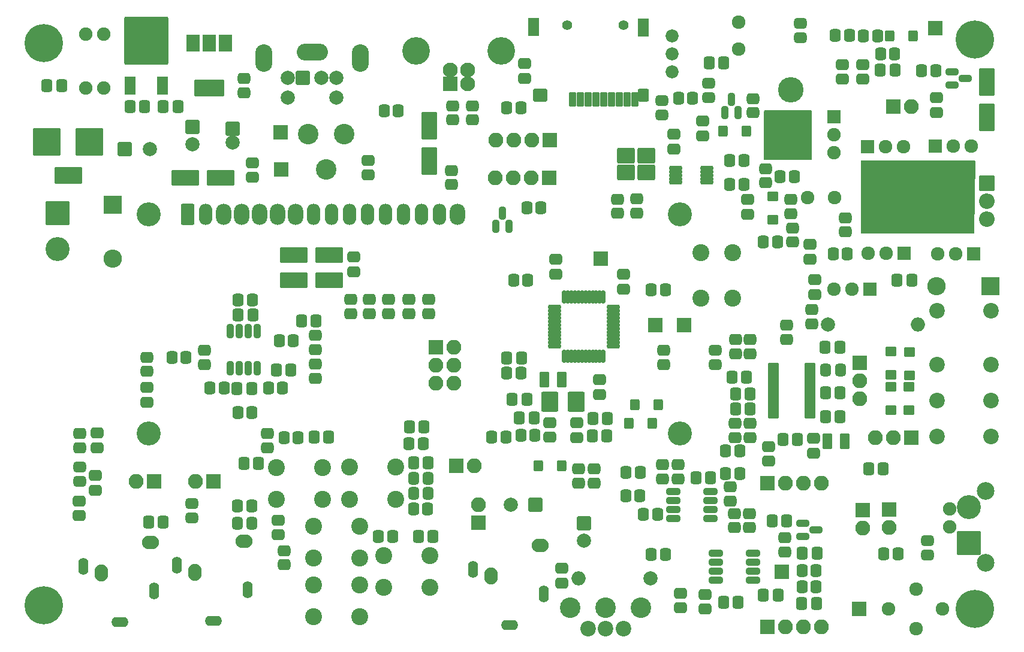
<source format=gbr>
%TF.GenerationSoftware,KiCad,Pcbnew,(6.0.11)*%
%TF.CreationDate,2023-07-08T12:47:50-05:00*%
%TF.ProjectId,LittleDX,4c697474-6c65-4445-982e-6b696361645f,rev?*%
%TF.SameCoordinates,Original*%
%TF.FileFunction,Soldermask,Top*%
%TF.FilePolarity,Negative*%
%FSLAX46Y46*%
G04 Gerber Fmt 4.6, Leading zero omitted, Abs format (unit mm)*
G04 Created by KiCad (PCBNEW (6.0.11)) date 2023-07-08 12:47:50*
%MOMM*%
%LPD*%
G01*
G04 APERTURE LIST*
G04 Aperture macros list*
%AMRoundRect*
0 Rectangle with rounded corners*
0 $1 Rounding radius*
0 $2 $3 $4 $5 $6 $7 $8 $9 X,Y pos of 4 corners*
0 Add a 4 corners polygon primitive as box body*
4,1,4,$2,$3,$4,$5,$6,$7,$8,$9,$2,$3,0*
0 Add four circle primitives for the rounded corners*
1,1,$1+$1,$2,$3*
1,1,$1+$1,$4,$5*
1,1,$1+$1,$6,$7*
1,1,$1+$1,$8,$9*
0 Add four rect primitives between the rounded corners*
20,1,$1+$1,$2,$3,$4,$5,0*
20,1,$1+$1,$4,$5,$6,$7,0*
20,1,$1+$1,$6,$7,$8,$9,0*
20,1,$1+$1,$8,$9,$2,$3,0*%
G04 Aperture macros list end*
%ADD10RoundRect,0.450000X0.337500X0.475000X-0.337500X0.475000X-0.337500X-0.475000X0.337500X-0.475000X0*%
%ADD11RoundRect,0.450000X0.475000X-0.337500X0.475000X0.337500X-0.475000X0.337500X-0.475000X-0.337500X0*%
%ADD12RoundRect,0.450000X-0.337500X-0.475000X0.337500X-0.475000X0.337500X0.475000X-0.337500X0.475000X0*%
%ADD13RoundRect,0.200000X-0.800000X0.800000X-0.800000X-0.800000X0.800000X-0.800000X0.800000X0.800000X0*%
%ADD14C,2.000000*%
%ADD15RoundRect,0.450000X-0.475000X0.337500X-0.475000X-0.337500X0.475000X-0.337500X0.475000X0.337500X0*%
%ADD16RoundRect,0.200000X-1.100000X1.100000X-1.100000X-1.100000X1.100000X-1.100000X1.100000X1.100000X0*%
%ADD17O,2.600000X2.600000*%
%ADD18RoundRect,0.450000X0.325000X0.450000X-0.325000X0.450000X-0.325000X-0.450000X0.325000X-0.450000X0*%
%ADD19RoundRect,0.450000X-0.325000X-0.450000X0.325000X-0.450000X0.325000X0.450000X-0.325000X0.450000X0*%
%ADD20RoundRect,0.200000X-1.750000X-0.900000X1.750000X-0.900000X1.750000X0.900000X-1.750000X0.900000X0*%
%ADD21RoundRect,0.200000X0.900000X-1.750000X0.900000X1.750000X-0.900000X1.750000X-0.900000X-1.750000X0*%
%ADD22RoundRect,0.200000X-1.500000X1.500000X-1.500000X-1.500000X1.500000X-1.500000X1.500000X1.500000X0*%
%ADD23C,3.400000*%
%ADD24RoundRect,0.200000X-1.750000X-1.750000X1.750000X-1.750000X1.750000X1.750000X-1.750000X1.750000X0*%
%ADD25RoundRect,0.200000X-1.750000X-1.000000X1.750000X-1.000000X1.750000X1.000000X-1.750000X1.000000X0*%
%ADD26RoundRect,0.200000X-0.850000X-0.850000X0.850000X-0.850000X0.850000X0.850000X-0.850000X0.850000X0*%
%ADD27O,2.100000X2.100000*%
%ADD28RoundRect,0.450000X0.450000X-0.325000X0.450000X0.325000X-0.450000X0.325000X-0.450000X-0.325000X0*%
%ADD29RoundRect,0.200000X0.760000X-0.760000X0.760000X0.760000X-0.760000X0.760000X-0.760000X-0.760000X0*%
%ADD30C,1.920000*%
%ADD31RoundRect,0.350000X-0.587500X-0.150000X0.587500X-0.150000X0.587500X0.150000X-0.587500X0.150000X0*%
%ADD32C,2.400000*%
%ADD33RoundRect,0.200000X0.600000X-1.100000X0.600000X1.100000X-0.600000X1.100000X-0.600000X-1.100000X0*%
%ADD34RoundRect,0.200000X2.900000X-3.200000X2.900000X3.200000X-2.900000X3.200000X-2.900000X-3.200000X0*%
%ADD35RoundRect,0.200000X1.000000X1.200000X-1.000000X1.200000X-1.000000X-1.200000X1.000000X-1.200000X0*%
%ADD36RoundRect,0.200000X-0.500000X-0.900000X0.500000X-0.900000X0.500000X0.900000X-0.500000X0.900000X0*%
%ADD37RoundRect,0.275000X0.075000X-0.662500X0.075000X0.662500X-0.075000X0.662500X-0.075000X-0.662500X0*%
%ADD38RoundRect,0.275000X0.662500X-0.075000X0.662500X0.075000X-0.662500X0.075000X-0.662500X-0.075000X0*%
%ADD39RoundRect,0.350000X0.675000X0.150000X-0.675000X0.150000X-0.675000X-0.150000X0.675000X-0.150000X0*%
%ADD40RoundRect,0.200000X-0.750000X1.000000X-0.750000X-1.000000X0.750000X-1.000000X0.750000X1.000000X0*%
%ADD41RoundRect,0.200000X-1.900000X1.000000X-1.900000X-1.000000X1.900000X-1.000000X1.900000X1.000000X0*%
%ADD42RoundRect,0.200000X-0.760000X0.760000X-0.760000X-0.760000X0.760000X-0.760000X0.760000X0.760000X0*%
%ADD43C,2.900000*%
%ADD44RoundRect,0.450000X-0.350000X-0.450000X0.350000X-0.450000X0.350000X0.450000X-0.350000X0.450000X0*%
%ADD45RoundRect,0.450000X0.450000X-0.350000X0.450000X0.350000X-0.450000X0.350000X-0.450000X-0.350000X0*%
%ADD46RoundRect,0.450000X0.350000X0.450000X-0.350000X0.450000X-0.350000X-0.450000X0.350000X-0.450000X0*%
%ADD47RoundRect,0.450000X-0.450000X0.350000X-0.450000X-0.350000X0.450000X-0.350000X0.450000X0.350000X0*%
%ADD48RoundRect,0.200000X-0.700000X-0.150000X0.700000X-0.150000X0.700000X0.150000X-0.700000X0.150000X0*%
%ADD49RoundRect,0.200000X-1.050000X-0.900000X1.050000X-0.900000X1.050000X0.900000X-1.050000X0.900000X0*%
%ADD50C,2.500000*%
%ADD51C,1.900000*%
%ADD52RoundRect,0.200000X1.500000X-1.500000X1.500000X1.500000X-1.500000X1.500000X-1.500000X-1.500000X0*%
%ADD53C,2.200000*%
%ADD54RoundRect,0.200000X-0.600000X0.450000X-0.600000X-0.450000X0.600000X-0.450000X0.600000X0.450000X0*%
%ADD55RoundRect,0.200000X-0.750000X0.750000X-0.750000X-0.750000X0.750000X-0.750000X0.750000X0.750000X0*%
%ADD56RoundRect,0.200000X0.850000X-0.850000X0.850000X0.850000X-0.850000X0.850000X-0.850000X-0.850000X0*%
%ADD57C,1.924000*%
%ADD58RoundRect,0.450000X-0.450000X0.325000X-0.450000X-0.325000X0.450000X-0.325000X0.450000X0.325000X0*%
%ADD59RoundRect,0.200000X-0.850000X0.850000X-0.850000X-0.850000X0.850000X-0.850000X0.850000X0.850000X0*%
%ADD60RoundRect,0.350000X0.150000X-0.587500X0.150000X0.587500X-0.150000X0.587500X-0.150000X-0.587500X0*%
%ADD61RoundRect,0.200000X0.800000X0.800000X-0.800000X0.800000X-0.800000X-0.800000X0.800000X-0.800000X0*%
%ADD62O,2.400000X3.900000*%
%ADD63O,4.400000X2.400000*%
%ADD64C,3.448000*%
%ADD65C,1.840000*%
%ADD66C,5.400000*%
%ADD67RoundRect,0.200000X1.100000X1.100000X-1.100000X1.100000X-1.100000X-1.100000X1.100000X-1.100000X0*%
%ADD68O,2.000000X2.000000*%
%ADD69RoundRect,0.200000X-0.800000X-0.800000X0.800000X-0.800000X0.800000X0.800000X-0.800000X0.800000X0*%
%ADD70RoundRect,0.200000X-0.900000X0.900000X-0.900000X-0.900000X0.900000X-0.900000X0.900000X0.900000X0*%
%ADD71O,2.200000X2.200000*%
%ADD72RoundRect,0.200000X-0.450000X-0.600000X0.450000X-0.600000X0.450000X0.600000X-0.450000X0.600000X0*%
%ADD73RoundRect,0.200000X-0.900000X1.750000X-0.900000X-1.750000X0.900000X-1.750000X0.900000X1.750000X0*%
%ADD74O,2.400000X1.400000*%
%ADD75O,1.400000X2.400000*%
%ADD76O,1.900000X2.400000*%
%ADD77O,2.400000X1.900000*%
%ADD78RoundRect,0.200000X0.600000X-0.450000X0.600000X0.450000X-0.600000X0.450000X-0.600000X-0.450000X0*%
%ADD79RoundRect,0.350000X-0.150000X0.675000X-0.150000X-0.675000X0.150000X-0.675000X0.150000X0.675000X0*%
%ADD80RoundRect,0.200000X0.450000X0.600000X-0.450000X0.600000X-0.450000X-0.600000X0.450000X-0.600000X0*%
%ADD81RoundRect,0.200000X0.600000X0.200000X-0.600000X0.200000X-0.600000X-0.200000X0.600000X-0.200000X0*%
%ADD82RoundRect,0.200000X-0.750000X-1.300000X0.750000X-1.300000X0.750000X1.300000X-0.750000X1.300000X0*%
%ADD83O,1.900000X3.000000*%
%ADD84O,2.200000X3.000000*%
%ADD85C,3.600000*%
%ADD86RoundRect,0.200000X0.850000X0.850000X-0.850000X0.850000X-0.850000X-0.850000X0.850000X-0.850000X0*%
%ADD87RoundRect,0.200000X1.750000X0.900000X-1.750000X0.900000X-1.750000X-0.900000X1.750000X-0.900000X0*%
%ADD88RoundRect,0.200000X0.500000X0.900000X-0.500000X0.900000X-0.500000X-0.900000X0.500000X-0.900000X0*%
%ADD89C,2.100000*%
%ADD90C,3.900000*%
%ADD91RoundRect,0.350000X-0.675000X-0.150000X0.675000X-0.150000X0.675000X0.150000X-0.675000X0.150000X0*%
%ADD92C,1.400000*%
%ADD93RoundRect,0.200000X0.600000X1.100000X-0.600000X1.100000X-0.600000X-1.100000X0.600000X-1.100000X0*%
%ADD94RoundRect,0.200000X-0.800000X-0.700000X0.800000X-0.700000X0.800000X0.700000X-0.800000X0.700000X0*%
%ADD95RoundRect,0.200000X-0.350000X-0.800000X0.350000X-0.800000X0.350000X0.800000X-0.350000X0.800000X0*%
%ADD96RoundRect,0.200000X-0.600000X-0.700000X0.600000X-0.700000X0.600000X0.700000X-0.600000X0.700000X0*%
G04 APERTURE END LIST*
D10*
%TO.C,C1*%
X133625500Y-114046000D03*
X131550500Y-114046000D03*
%TD*%
D11*
%TO.C,C2*%
X125476000Y-116727500D03*
X125476000Y-114652500D03*
%TD*%
%TO.C,C4*%
X129300000Y-116747500D03*
X129300000Y-114672500D03*
%TD*%
D12*
%TO.C,C5*%
X120162500Y-111370000D03*
X122237500Y-111370000D03*
%TD*%
D13*
%TO.C,C6*%
X75000000Y-72830000D03*
D14*
X75000000Y-75330000D03*
%TD*%
D12*
%TO.C,C8*%
X121202500Y-114030000D03*
X123277500Y-114030000D03*
%TD*%
D15*
%TO.C,C9*%
X132550000Y-108587500D03*
X132550000Y-110662500D03*
%TD*%
D12*
%TO.C,C10*%
X92187500Y-116725000D03*
X94262500Y-116725000D03*
%TD*%
D15*
%TO.C,C11*%
X87150000Y-128462500D03*
X87150000Y-130537500D03*
%TD*%
D12*
%TO.C,C12*%
X119432500Y-105530000D03*
X121507500Y-105530000D03*
%TD*%
D15*
%TO.C,C13*%
X126380000Y-91592500D03*
X126380000Y-93667500D03*
%TD*%
%TO.C,C15*%
X147450000Y-138947500D03*
X147450000Y-141022500D03*
%TD*%
D12*
%TO.C,C16*%
X82287500Y-120425000D03*
X84362500Y-120425000D03*
%TD*%
D10*
%TO.C,C17*%
X107717500Y-115300000D03*
X105642500Y-115300000D03*
%TD*%
D13*
%TO.C,C19*%
X130330000Y-128870000D03*
D14*
X130330000Y-131370000D03*
%TD*%
D11*
%TO.C,C20*%
X162890000Y-96527500D03*
X162890000Y-94452500D03*
%TD*%
D15*
%TO.C,C21*%
X135870000Y-93682500D03*
X135870000Y-95757500D03*
%TD*%
D13*
%TO.C,C22*%
X80666000Y-73084000D03*
D14*
X80666000Y-75084000D03*
%TD*%
D10*
%TO.C,C25*%
X153287500Y-108230000D03*
X151212500Y-108230000D03*
%TD*%
D12*
%TO.C,C33*%
X164432500Y-110450000D03*
X166507500Y-110450000D03*
%TD*%
D10*
%TO.C,C34*%
X163162500Y-140235000D03*
X161087500Y-140235000D03*
%TD*%
D12*
%TO.C,C35*%
X164392500Y-104030000D03*
X166467500Y-104030000D03*
%TD*%
D16*
%TO.C,D1*%
X63750000Y-83880000D03*
D17*
X63750000Y-91500000D03*
%TD*%
D18*
%TO.C,D2*%
X108285000Y-122550000D03*
X106235000Y-122550000D03*
%TD*%
D19*
%TO.C,D3*%
X106255000Y-124660000D03*
X108305000Y-124660000D03*
%TD*%
D20*
%TO.C,D4*%
X74000000Y-80000000D03*
X79000000Y-80000000D03*
%TD*%
D21*
%TO.C,D5*%
X108458000Y-77684000D03*
X108458000Y-72684000D03*
%TD*%
D22*
%TO.C,J1*%
X56000000Y-85000000D03*
D23*
X56000000Y-90080000D03*
%TD*%
D24*
%TO.C,J2*%
X60500000Y-75000000D03*
X54500000Y-75000000D03*
D25*
X57500000Y-79700000D03*
%TD*%
D26*
%TO.C,J5*%
X109400000Y-103975000D03*
D27*
X111940000Y-103975000D03*
X109400000Y-106515000D03*
X111940000Y-106515000D03*
X109400000Y-109055000D03*
X111940000Y-109055000D03*
%TD*%
D28*
%TO.C,L2*%
X148830000Y-106495000D03*
X148830000Y-104445000D03*
%TD*%
D18*
%TO.C,L3*%
X166525000Y-107260000D03*
X164475000Y-107260000D03*
%TD*%
D28*
%TO.C,L9*%
X141320000Y-71175000D03*
X141320000Y-69125000D03*
%TD*%
D29*
%TO.C,Q3*%
X170350000Y-75630000D03*
D30*
X172890000Y-75630000D03*
X175430000Y-75630000D03*
%TD*%
D31*
%TO.C,Q4*%
X161212500Y-128860000D03*
X161212500Y-130760000D03*
X163087500Y-129810000D03*
%TD*%
D32*
%TO.C,SW1*%
X151290000Y-97090000D03*
X151290000Y-90590000D03*
X146790000Y-97090000D03*
X146790000Y-90590000D03*
%TD*%
%TO.C,SW2*%
X93425000Y-121025000D03*
X86925000Y-121025000D03*
X93425000Y-125525000D03*
X86925000Y-125525000D03*
%TD*%
%TO.C,SW3*%
X98650000Y-129325000D03*
X92150000Y-129325000D03*
X92150000Y-133825000D03*
X98650000Y-133825000D03*
%TD*%
%TO.C,SW4*%
X97225000Y-120975000D03*
X103725000Y-120975000D03*
X103725000Y-125475000D03*
X97225000Y-125475000D03*
%TD*%
%TO.C,SW5*%
X98625000Y-137625000D03*
X92125000Y-137625000D03*
X98625000Y-142125000D03*
X92125000Y-142125000D03*
%TD*%
D33*
%TO.C,U2*%
X66245000Y-66975000D03*
D34*
X68525000Y-60675000D03*
D33*
X70805000Y-66975000D03*
%TD*%
D35*
%TO.C,Y1*%
X129200000Y-111730000D03*
X125500000Y-111730000D03*
%TD*%
D36*
%TO.C,Y2*%
X127220000Y-108600000D03*
X124720000Y-108600000D03*
%TD*%
D37*
%TO.C,U1*%
X127552000Y-105254500D03*
X128052000Y-105254500D03*
X128552000Y-105254500D03*
X129052000Y-105254500D03*
X129552000Y-105254500D03*
X130052000Y-105254500D03*
X130552000Y-105254500D03*
X131052000Y-105254500D03*
X131552000Y-105254500D03*
X132052000Y-105254500D03*
X132552000Y-105254500D03*
X133052000Y-105254500D03*
D38*
X134464500Y-103842000D03*
X134464500Y-103342000D03*
X134464500Y-102842000D03*
X134464500Y-102342000D03*
X134464500Y-101842000D03*
X134464500Y-101342000D03*
X134464500Y-100842000D03*
X134464500Y-100342000D03*
X134464500Y-99842000D03*
X134464500Y-99342000D03*
X134464500Y-98842000D03*
X134464500Y-98342000D03*
D37*
X133052000Y-96929500D03*
X132552000Y-96929500D03*
X132052000Y-96929500D03*
X131552000Y-96929500D03*
X131052000Y-96929500D03*
X130552000Y-96929500D03*
X130052000Y-96929500D03*
X129552000Y-96929500D03*
X129052000Y-96929500D03*
X128552000Y-96929500D03*
X128052000Y-96929500D03*
X127552000Y-96929500D03*
D38*
X126139500Y-98342000D03*
X126139500Y-98842000D03*
X126139500Y-99342000D03*
X126139500Y-99842000D03*
X126139500Y-100342000D03*
X126139500Y-100842000D03*
X126139500Y-101342000D03*
X126139500Y-101842000D03*
X126139500Y-102342000D03*
X126139500Y-102842000D03*
X126139500Y-103342000D03*
X126139500Y-103842000D03*
%TD*%
D15*
%TO.C,C37*%
X143925000Y-138797500D03*
X143925000Y-140872500D03*
%TD*%
D39*
%TO.C,U3*%
X154205000Y-136955000D03*
X154205000Y-135685000D03*
X154205000Y-134415000D03*
X154205000Y-133145000D03*
X148955000Y-133145000D03*
X148955000Y-134415000D03*
X148955000Y-135685000D03*
X148955000Y-136955000D03*
%TD*%
D40*
%TO.C,U4*%
X79680000Y-61020000D03*
X77380000Y-61020000D03*
D41*
X77380000Y-67320000D03*
D40*
X75080000Y-61020000D03*
%TD*%
D42*
%TO.C,Q5*%
X185340000Y-90830000D03*
D30*
X182800000Y-90830000D03*
X180260000Y-90830000D03*
%TD*%
D42*
%TO.C,Q6*%
X175560000Y-90680000D03*
D30*
X173020000Y-90680000D03*
X170480000Y-90680000D03*
%TD*%
D29*
%TO.C,Q7*%
X179960000Y-75520000D03*
D30*
X182500000Y-75520000D03*
X185040000Y-75520000D03*
%TD*%
D12*
%TO.C,C14*%
X172162500Y-64800000D03*
X174237500Y-64800000D03*
%TD*%
D43*
%TO.C,RV3*%
X96414000Y-73846000D03*
X93914000Y-78886000D03*
X91414000Y-73846000D03*
%TD*%
D11*
%TO.C,C42*%
X83460000Y-79963500D03*
X83460000Y-77888500D03*
%TD*%
D26*
%TO.C,JP3*%
X169300000Y-106240000D03*
D27*
X169300000Y-108780000D03*
X169300000Y-111320000D03*
%TD*%
D44*
%TO.C,R1*%
X117300000Y-116710000D03*
X119300000Y-116710000D03*
%TD*%
D45*
%TO.C,R2*%
X111590000Y-81000000D03*
X111590000Y-79000000D03*
%TD*%
%TO.C,R3*%
X102700000Y-99230000D03*
X102700000Y-97230000D03*
%TD*%
D44*
%TO.C,R4*%
X106240000Y-126870000D03*
X108240000Y-126870000D03*
%TD*%
D46*
%TO.C,R6*%
X89975000Y-116750000D03*
X87975000Y-116750000D03*
%TD*%
%TO.C,R7*%
X121396000Y-70104000D03*
X119396000Y-70104000D03*
%TD*%
D44*
%TO.C,R8*%
X172200000Y-62500000D03*
X174200000Y-62500000D03*
%TD*%
D45*
%TO.C,R9*%
X114554000Y-71866000D03*
X114554000Y-69866000D03*
%TD*%
D44*
%TO.C,R11*%
X139840000Y-133270000D03*
X141840000Y-133270000D03*
%TD*%
D45*
%TO.C,R12*%
X85620000Y-118230000D03*
X85620000Y-116230000D03*
%TD*%
D44*
%TO.C,R13*%
X105630000Y-117620000D03*
X107630000Y-117620000D03*
%TD*%
D47*
%TO.C,R14*%
X154178000Y-68850000D03*
X154178000Y-70850000D03*
%TD*%
%TO.C,R15*%
X111760000Y-69866000D03*
X111760000Y-71866000D03*
%TD*%
%TO.C,R16*%
X151770000Y-102920000D03*
X151770000Y-104920000D03*
%TD*%
D45*
%TO.C,R17*%
X158910000Y-102900000D03*
X158910000Y-100900000D03*
%TD*%
%TO.C,R18*%
X137750000Y-85025000D03*
X137750000Y-83025000D03*
%TD*%
%TO.C,R19*%
X151560000Y-129520000D03*
X151560000Y-127520000D03*
%TD*%
D46*
%TO.C,R20*%
X157667200Y-89128600D03*
X155667200Y-89128600D03*
%TD*%
%TO.C,R21*%
X140740000Y-127620000D03*
X138740000Y-127620000D03*
%TD*%
D47*
%TO.C,R23*%
X153790000Y-114790000D03*
X153790000Y-116790000D03*
%TD*%
D45*
%TO.C,R29*%
X99970000Y-99230000D03*
X99970000Y-97230000D03*
%TD*%
%TO.C,R30*%
X141560000Y-106460000D03*
X141560000Y-104460000D03*
%TD*%
D44*
%TO.C,R31*%
X161125000Y-137860000D03*
X163125000Y-137860000D03*
%TD*%
D45*
%TO.C,R32*%
X158700000Y-132950000D03*
X158700000Y-130950000D03*
%TD*%
%TO.C,R33*%
X87970000Y-134760000D03*
X87970000Y-132760000D03*
%TD*%
D44*
%TO.C,R34*%
X161125000Y-135560000D03*
X163125000Y-135560000D03*
%TD*%
D45*
%TO.C,R46*%
X108352000Y-99230000D03*
X108352000Y-97230000D03*
%TD*%
%TO.C,R47*%
X105558000Y-99230000D03*
X105558000Y-97230000D03*
%TD*%
D47*
%TO.C,R24*%
X153660000Y-127510000D03*
X153660000Y-129510000D03*
%TD*%
D10*
%TO.C,C44*%
X68267500Y-70000000D03*
X66192500Y-70000000D03*
%TD*%
D26*
%TO.C,JP4*%
X169660000Y-126990000D03*
D27*
X169660000Y-129530000D03*
%TD*%
D15*
%TO.C,C47*%
X143030000Y-73892500D03*
X143030000Y-75967500D03*
%TD*%
D45*
%TO.C,R35*%
X135075000Y-85050000D03*
X135075000Y-83050000D03*
%TD*%
%TO.C,R48*%
X153810000Y-104930000D03*
X153810000Y-102930000D03*
%TD*%
D44*
%TO.C,R49*%
X150892000Y-77550000D03*
X152892000Y-77550000D03*
%TD*%
%TO.C,R50*%
X150892000Y-80975000D03*
X152892000Y-80975000D03*
%TD*%
D48*
%TO.C,U6*%
X143290000Y-78670000D03*
X143290000Y-79170000D03*
X143290000Y-79670000D03*
X143290000Y-80170000D03*
X143290000Y-80670000D03*
X147690000Y-80670000D03*
X147690000Y-80170000D03*
X147690000Y-79670000D03*
X147690000Y-79170000D03*
X147690000Y-78670000D03*
%TD*%
D49*
%TO.C,Y3*%
X136218000Y-79248000D03*
X139118000Y-79248000D03*
X139118000Y-76948000D03*
X136218000Y-76948000D03*
%TD*%
D50*
%TO.C,J12*%
X187025000Y-134505000D03*
X187025000Y-124345000D03*
D51*
X181945000Y-129425000D03*
D52*
X184673000Y-131711000D03*
D51*
X181945000Y-126885000D03*
D23*
X184673000Y-126631000D03*
%TD*%
D53*
%TO.C,RLY1*%
X187775000Y-98845000D03*
X187775000Y-106465000D03*
X187775000Y-111545000D03*
X187775000Y-116625000D03*
X180175000Y-98845000D03*
X180175000Y-106465000D03*
X180175000Y-111545000D03*
X180175000Y-116625000D03*
%TD*%
D10*
%TO.C,C30*%
X160477500Y-117040000D03*
X158402500Y-117040000D03*
%TD*%
D54*
%TO.C,D9*%
X176270000Y-104640000D03*
X176270000Y-107940000D03*
%TD*%
D44*
%TO.C,R5*%
X139800000Y-95850000D03*
X141800000Y-95850000D03*
%TD*%
D46*
%TO.C,R22*%
X138220000Y-124970000D03*
X136220000Y-124970000D03*
%TD*%
D47*
%TO.C,R25*%
X150950000Y-123750000D03*
X150950000Y-125750000D03*
%TD*%
D55*
%TO.C,Q8*%
X165608000Y-71374000D03*
D51*
X165608000Y-73914000D03*
X165608000Y-76454000D03*
%TD*%
D44*
%TO.C,R38*%
X169790000Y-59950000D03*
X171790000Y-59950000D03*
%TD*%
D46*
%TO.C,R39*%
X180000000Y-64900000D03*
X178000000Y-64900000D03*
%TD*%
D56*
%TO.C,JP1*%
X174030000Y-70000000D03*
D27*
X176570000Y-70000000D03*
%TD*%
D10*
%TO.C,C39*%
X153807500Y-112720000D03*
X151732500Y-112720000D03*
%TD*%
D26*
%TO.C,JP2*%
X173430000Y-126910000D03*
D27*
X173430000Y-129450000D03*
%TD*%
D57*
%TO.C,T3*%
X173355000Y-140970000D03*
X180975000Y-140970000D03*
X177228500Y-143764000D03*
X177228500Y-138176000D03*
%TD*%
D58*
%TO.C,D16*%
X178850000Y-131360000D03*
X178850000Y-133410000D03*
%TD*%
D46*
%TO.C,R28*%
X174660000Y-133250000D03*
X172660000Y-133250000D03*
%TD*%
D54*
%TO.C,D17*%
X157000000Y-82675000D03*
X157000000Y-85975000D03*
%TD*%
D42*
%TO.C,Q9*%
X170670000Y-95770000D03*
D30*
X168130000Y-95770000D03*
X165590000Y-95770000D03*
%TD*%
D12*
%TO.C,C46*%
X148012500Y-63810000D03*
X150087500Y-63810000D03*
%TD*%
D46*
%TO.C,R51*%
X167525000Y-90800000D03*
X165525000Y-90800000D03*
%TD*%
D47*
%TO.C,R52*%
X159766000Y-87138000D03*
X159766000Y-89138000D03*
%TD*%
D15*
%TO.C,C24*%
X166830000Y-64032500D03*
X166830000Y-66107500D03*
%TD*%
D46*
%TO.C,R53*%
X160050000Y-79875000D03*
X158050000Y-79875000D03*
%TD*%
D11*
%TO.C,C56*%
X153430000Y-85197500D03*
X153430000Y-83122500D03*
%TD*%
D59*
%TO.C,JP7*%
X176560000Y-116780000D03*
D27*
X174020000Y-116780000D03*
X171480000Y-116780000D03*
%TD*%
D60*
%TO.C,Q12*%
X150180000Y-70787500D03*
X152080000Y-70787500D03*
X151130000Y-68912500D03*
%TD*%
D31*
%TO.C,Q13*%
X182312500Y-65050000D03*
X182312500Y-66950000D03*
X184187500Y-66000000D03*
%TD*%
D44*
%TO.C,R65*%
X143670000Y-68760000D03*
X145670000Y-68760000D03*
%TD*%
D47*
%TO.C,R66*%
X162470000Y-98680000D03*
X162470000Y-100680000D03*
%TD*%
D45*
%TO.C,R67*%
X159550000Y-85100000D03*
X159550000Y-83100000D03*
%TD*%
D61*
%TO.C,P1*%
X90630000Y-65930000D03*
D14*
X93230000Y-65930000D03*
X88530000Y-65930000D03*
X95330000Y-65930000D03*
X88530000Y-68730000D03*
X95330000Y-68730000D03*
D62*
X85080000Y-63080000D03*
X98780000Y-63080000D03*
D63*
X91930000Y-62280000D03*
%TD*%
D45*
%TO.C,R64*%
X82330000Y-67990000D03*
X82330000Y-65990000D03*
%TD*%
D46*
%TO.C,R70*%
X104110000Y-70580000D03*
X102110000Y-70580000D03*
%TD*%
D64*
%TO.C,J13*%
X177600000Y-83200000D03*
%TD*%
D28*
%TO.C,D19*%
X160880000Y-60207000D03*
X160880000Y-58157000D03*
%TD*%
D46*
%TO.C,R71*%
X167810000Y-59930000D03*
X165810000Y-59930000D03*
%TD*%
D12*
%TO.C,C32*%
X174542500Y-94520000D03*
X176617500Y-94520000D03*
%TD*%
D60*
%TO.C,Q14*%
X117875000Y-86887500D03*
X119775000Y-86887500D03*
X118825000Y-85012500D03*
%TD*%
D44*
%TO.C,R72*%
X120375000Y-94500000D03*
X122375000Y-94500000D03*
%TD*%
D15*
%TO.C,C38*%
X147075000Y-72037500D03*
X147075000Y-74112500D03*
%TD*%
D47*
%TO.C,R73*%
X155975000Y-78750000D03*
X155975000Y-80750000D03*
%TD*%
D65*
%TO.C,RV4*%
X142790000Y-59940000D03*
X142790000Y-62480000D03*
X142790000Y-65020000D03*
%TD*%
D47*
%TO.C,R74*%
X167225000Y-85675000D03*
X167225000Y-87675000D03*
%TD*%
D28*
%TO.C,L11*%
X147900000Y-68675000D03*
X147900000Y-66625000D03*
%TD*%
D66*
%TO.C,J3*%
X54000000Y-61000000D03*
%TD*%
%TO.C,J4*%
X185500000Y-60500000D03*
%TD*%
%TO.C,J6*%
X185500000Y-141000000D03*
%TD*%
%TO.C,J7*%
X54000000Y-140500000D03*
%TD*%
D15*
%TO.C,C41*%
X127225000Y-135247500D03*
X127225000Y-137322500D03*
%TD*%
D12*
%TO.C,C58*%
X54500000Y-67000000D03*
X56575000Y-67000000D03*
%TD*%
D51*
%TO.C,T4*%
X60000000Y-67310000D03*
X60000000Y-59690000D03*
X62540000Y-67310000D03*
X62540000Y-59690000D03*
%TD*%
D10*
%TO.C,C27*%
X153787500Y-110600000D03*
X151712500Y-110600000D03*
%TD*%
D67*
%TO.C,D6*%
X187700000Y-95360000D03*
D17*
X180080000Y-95360000D03*
%TD*%
D46*
%TO.C,R76*%
X83510000Y-97310000D03*
X81510000Y-97310000D03*
%TD*%
D14*
%TO.C,R41*%
X164750000Y-100820000D03*
D68*
X177450000Y-100820000D03*
%TD*%
D12*
%TO.C,C7*%
X131502500Y-116570000D03*
X133577500Y-116570000D03*
%TD*%
D14*
%TO.C,L10*%
X139750000Y-136660000D03*
D68*
X129590000Y-136660000D03*
%TD*%
D26*
%TO.C,J14*%
X158220000Y-135730000D03*
%TD*%
%TO.C,J15*%
X169175000Y-140985000D03*
%TD*%
%TO.C,J16*%
X179900000Y-58900000D03*
%TD*%
D69*
%TO.C,C3*%
X65500000Y-76000000D03*
D14*
X69000000Y-76000000D03*
%TD*%
D57*
%TO.C,L4*%
X152146000Y-58039000D03*
X152146000Y-61849000D03*
%TD*%
%TO.C,L6*%
X161895000Y-82875000D03*
X165705000Y-82875000D03*
%TD*%
D70*
%TO.C,Q15*%
X187210000Y-80770000D03*
D71*
X187210000Y-83310000D03*
X187210000Y-85850000D03*
%TD*%
D12*
%TO.C,C18*%
X161162500Y-133110000D03*
X163237500Y-133110000D03*
%TD*%
%TO.C,C60*%
X155662500Y-139020000D03*
X157737500Y-139020000D03*
%TD*%
D44*
%TO.C,R10*%
X121410000Y-116430000D03*
X123410000Y-116430000D03*
%TD*%
D72*
%TO.C,D15*%
X173530000Y-59990000D03*
X176830000Y-59990000D03*
%TD*%
%TO.C,D18*%
X149988000Y-73406000D03*
X153288000Y-73406000D03*
%TD*%
D53*
%TO.C,RV1*%
X135900000Y-143800000D03*
D43*
X138400000Y-140800000D03*
D53*
X133400000Y-143800000D03*
D43*
X133400000Y-140800000D03*
D53*
X130900000Y-143800000D03*
D43*
X128400000Y-140800000D03*
%TD*%
D73*
%TO.C,D8*%
X187250000Y-66500000D03*
X187250000Y-71500000D03*
%TD*%
D26*
%TO.C,J10*%
X140410000Y-100830000D03*
%TD*%
D12*
%TO.C,C61*%
X106932500Y-130770000D03*
X109007500Y-130770000D03*
%TD*%
D45*
%TO.C,R40*%
X97390000Y-99230000D03*
X97390000Y-97230000D03*
%TD*%
D44*
%TO.C,R75*%
X101290000Y-130760000D03*
X103290000Y-130760000D03*
%TD*%
D32*
%TO.C,SW6*%
X102025000Y-133425000D03*
X108525000Y-133425000D03*
X108525000Y-137925000D03*
X102025000Y-137925000D03*
%TD*%
D61*
%TO.C,C53*%
X123500000Y-126260000D03*
D14*
X120000000Y-126260000D03*
%TD*%
D56*
%TO.C,J17*%
X156210000Y-123190000D03*
D27*
X158750000Y-123190000D03*
X161290000Y-123190000D03*
X163830000Y-123190000D03*
%TD*%
D56*
%TO.C,J18*%
X156220000Y-143510000D03*
D27*
X158760000Y-143510000D03*
X161300000Y-143510000D03*
X163840000Y-143510000D03*
%TD*%
D10*
%TO.C,C26*%
X172587500Y-121230000D03*
X170512500Y-121230000D03*
%TD*%
D11*
%TO.C,C23*%
X162250000Y-91525000D03*
X162250000Y-89450000D03*
%TD*%
D74*
%TO.C,J19*%
X64800000Y-142860000D03*
D75*
X59600000Y-134960000D03*
D76*
X62200000Y-135960000D03*
D75*
X69600000Y-138460000D03*
D77*
X69100000Y-131560000D03*
%TD*%
D11*
%TO.C,C36*%
X61550000Y-118207500D03*
X61550000Y-116132500D03*
%TD*%
D78*
%TO.C,D10*%
X173690000Y-112900000D03*
X173690000Y-109600000D03*
%TD*%
D46*
%TO.C,R80*%
X83375000Y-126425000D03*
X81375000Y-126425000D03*
%TD*%
D79*
%TO.C,U5*%
X84212500Y-101753000D03*
X82942500Y-101753000D03*
X81672500Y-101753000D03*
X80402500Y-101753000D03*
X80402500Y-107003000D03*
X81672500Y-107003000D03*
X82942500Y-107003000D03*
X84212500Y-107003000D03*
%TD*%
D12*
%TO.C,C69*%
X81340000Y-109838000D03*
X83415000Y-109838000D03*
%TD*%
D80*
%TO.C,D14*%
X139950000Y-114780000D03*
X136650000Y-114780000D03*
%TD*%
D12*
%TO.C,C67*%
X68812500Y-128750000D03*
X70887500Y-128750000D03*
%TD*%
D18*
%TO.C,L12*%
X83425000Y-128900000D03*
X81375000Y-128900000D03*
%TD*%
D46*
%TO.C,R56*%
X121440000Y-107660000D03*
X119440000Y-107660000D03*
%TD*%
D12*
%TO.C,C49*%
X156892500Y-128580000D03*
X158967500Y-128580000D03*
%TD*%
D44*
%TO.C,R36*%
X150310000Y-121880000D03*
X152310000Y-121880000D03*
%TD*%
D81*
%TO.C,U8*%
X162250000Y-113617500D03*
X162250000Y-112982500D03*
X162250000Y-112347500D03*
X162250000Y-111712500D03*
X162250000Y-111077500D03*
X162250000Y-110442500D03*
X162250000Y-109807500D03*
X162250000Y-109172500D03*
X162250000Y-108537500D03*
X162250000Y-107902500D03*
X162250000Y-107267500D03*
X162250000Y-106632500D03*
X157050000Y-106632500D03*
X157050000Y-107267500D03*
X157050000Y-107902500D03*
X157050000Y-108537500D03*
X157050000Y-109172500D03*
X157050000Y-109807500D03*
X157050000Y-110442500D03*
X157050000Y-111077500D03*
X157050000Y-111712500D03*
X157050000Y-112347500D03*
X157050000Y-112982500D03*
X157050000Y-113617500D03*
%TD*%
D47*
%TO.C,R42*%
X59080000Y-116210000D03*
X59080000Y-118210000D03*
%TD*%
D26*
%TO.C,J9*%
X87490000Y-73600000D03*
%TD*%
D44*
%TO.C,R77*%
X87286000Y-103056000D03*
X89286000Y-103056000D03*
%TD*%
D72*
%TO.C,D12*%
X123870000Y-120760000D03*
X127170000Y-120760000D03*
%TD*%
D46*
%TO.C,R69*%
X74136000Y-105410000D03*
X72136000Y-105410000D03*
%TD*%
D23*
%TO.C,DS1*%
X68830900Y-85230000D03*
X68830900Y-116230700D03*
X143830000Y-85230000D03*
X143829480Y-116230700D03*
D82*
X74330000Y-85230000D03*
D83*
X76870000Y-85230000D03*
D84*
X79410000Y-85230000D03*
X81950000Y-85230000D03*
X84490000Y-85230000D03*
X87030000Y-85230000D03*
X89570000Y-85230000D03*
D83*
X92110000Y-85230000D03*
X94650000Y-85230000D03*
X97190000Y-85230000D03*
X99730000Y-85230000D03*
X102270000Y-85230000D03*
X104810000Y-85230000D03*
X107350000Y-85230000D03*
X109890000Y-85230000D03*
D84*
X112430000Y-85230000D03*
%TD*%
D80*
%TO.C,D13*%
X140840000Y-112130000D03*
X137540000Y-112130000D03*
%TD*%
D45*
%TO.C,R43*%
X68580000Y-107426000D03*
X68580000Y-105426000D03*
%TD*%
%TO.C,R44*%
X92350000Y-104310000D03*
X92350000Y-102310000D03*
%TD*%
D26*
%TO.C,J28*%
X87570000Y-78820000D03*
%TD*%
%TO.C,J24*%
X144470000Y-100850000D03*
%TD*%
D85*
%TO.C,J23*%
X159512000Y-67564000D03*
%TD*%
D10*
%TO.C,C48*%
X152110000Y-140050000D03*
X150035000Y-140050000D03*
%TD*%
D11*
%TO.C,C63*%
X68580000Y-111781500D03*
X68580000Y-109706500D03*
%TD*%
D86*
%TO.C,J22*%
X115390000Y-128820000D03*
D27*
X115390000Y-126280000D03*
%TD*%
D87*
%TO.C,D20*%
X94325000Y-90960000D03*
X89325000Y-90960000D03*
%TD*%
D45*
%TO.C,R37*%
X143630000Y-122610000D03*
X143630000Y-120610000D03*
%TD*%
%TO.C,R55*%
X141400000Y-122600000D03*
X141400000Y-120600000D03*
%TD*%
D59*
%TO.C,JP9*%
X77978000Y-122936000D03*
D27*
X75438000Y-122936000D03*
%TD*%
D58*
%TO.C,L7*%
X59080000Y-120945000D03*
X59080000Y-122995000D03*
%TD*%
D15*
%TO.C,C50*%
X162710000Y-116902500D03*
X162710000Y-118977500D03*
%TD*%
D88*
%TO.C,Y4*%
X164660000Y-117270000D03*
X167160000Y-117270000D03*
%TD*%
D59*
%TO.C,J25*%
X125420000Y-80010000D03*
D27*
X122880000Y-80010000D03*
X120340000Y-80010000D03*
X117800000Y-80010000D03*
%TD*%
D10*
%TO.C,C65*%
X88955000Y-107230000D03*
X86880000Y-107230000D03*
%TD*%
D47*
%TO.C,R81*%
X129540000Y-121200000D03*
X129540000Y-123200000D03*
%TD*%
%TO.C,R84*%
X131790000Y-121190000D03*
X131790000Y-123190000D03*
%TD*%
D26*
%TO.C,J21*%
X132700000Y-91460000D03*
%TD*%
D74*
%TO.C,J8*%
X119825000Y-143285000D03*
D75*
X114625000Y-135385000D03*
D76*
X117225000Y-136385000D03*
D75*
X124625000Y-138885000D03*
D77*
X124125000Y-131985000D03*
%TD*%
D10*
%TO.C,C45*%
X108327500Y-120320000D03*
X106252500Y-120320000D03*
%TD*%
D11*
%TO.C,C68*%
X61310000Y-124197500D03*
X61310000Y-122122500D03*
%TD*%
D46*
%TO.C,R83*%
X83430000Y-113220000D03*
X81430000Y-113220000D03*
%TD*%
D59*
%TO.C,J27*%
X125476000Y-74676000D03*
D27*
X122936000Y-74676000D03*
X120396000Y-74676000D03*
X117856000Y-74676000D03*
%TD*%
D11*
%TO.C,C52*%
X99875000Y-79622500D03*
X99875000Y-77547500D03*
%TD*%
%TO.C,C62*%
X59020000Y-127797500D03*
X59020000Y-125722500D03*
%TD*%
D45*
%TO.C,R26*%
X151660000Y-116780000D03*
X151660000Y-114780000D03*
%TD*%
D44*
%TO.C,R85*%
X85747500Y-109768000D03*
X87747500Y-109768000D03*
%TD*%
D10*
%TO.C,C70*%
X73000000Y-70000000D03*
X70925000Y-70000000D03*
%TD*%
D46*
%TO.C,R79*%
X79486000Y-109728000D03*
X77486000Y-109728000D03*
%TD*%
%TO.C,R27*%
X138250000Y-121690000D03*
X136250000Y-121690000D03*
%TD*%
D12*
%TO.C,C51*%
X164432500Y-113790000D03*
X166507500Y-113790000D03*
%TD*%
D56*
%TO.C,J26*%
X111410000Y-66760000D03*
D89*
X113910000Y-66760000D03*
X113910000Y-64760000D03*
X111410000Y-64760000D03*
D90*
X118680000Y-62050000D03*
X106640000Y-62050000D03*
%TD*%
D11*
%TO.C,C29*%
X169720000Y-66107500D03*
X169720000Y-64032500D03*
%TD*%
D91*
%TO.C,U9*%
X142900000Y-124380000D03*
X142900000Y-125650000D03*
X142900000Y-126920000D03*
X142900000Y-128190000D03*
X148150000Y-128190000D03*
X148150000Y-126920000D03*
X148150000Y-125650000D03*
X148150000Y-124380000D03*
%TD*%
D46*
%TO.C,R54*%
X152340000Y-118690000D03*
X150340000Y-118690000D03*
%TD*%
D92*
%TO.C,U7*%
X135930000Y-58430000D03*
X127930000Y-58430000D03*
D93*
X138730000Y-58830000D03*
D94*
X124130000Y-68330000D03*
D95*
X128730000Y-68930000D03*
X129830000Y-68930000D03*
X130930000Y-68930000D03*
X132030000Y-68930000D03*
X133130000Y-68930000D03*
X134230000Y-68930000D03*
X135330000Y-68930000D03*
X136430000Y-68930000D03*
X137530000Y-68930000D03*
D96*
X138730000Y-68330000D03*
D93*
X123230000Y-58730000D03*
%TD*%
D10*
%TO.C,C40*%
X148217500Y-122460000D03*
X146142500Y-122460000D03*
%TD*%
D78*
%TO.C,D7*%
X173650000Y-107930000D03*
X173650000Y-104630000D03*
%TD*%
D59*
%TO.C,JP6*%
X69596000Y-122936000D03*
D27*
X67056000Y-122936000D03*
%TD*%
D15*
%TO.C,C43*%
X121980000Y-63902500D03*
X121980000Y-65977500D03*
%TD*%
D74*
%TO.C,J11*%
X78000000Y-142710000D03*
D75*
X72800000Y-134810000D03*
D76*
X75400000Y-135810000D03*
D75*
X82800000Y-138310000D03*
D77*
X82300000Y-131410000D03*
%TD*%
D12*
%TO.C,C66*%
X81472500Y-99450000D03*
X83547500Y-99450000D03*
%TD*%
D11*
%TO.C,C54*%
X97850000Y-93317500D03*
X97850000Y-91242500D03*
%TD*%
D45*
%TO.C,R45*%
X92350000Y-108374000D03*
X92350000Y-106374000D03*
%TD*%
D11*
%TO.C,C31*%
X180090000Y-70787500D03*
X180090000Y-68712500D03*
%TD*%
D54*
%TO.C,D11*%
X176250000Y-109590000D03*
X176250000Y-112890000D03*
%TD*%
D58*
%TO.C,L8*%
X74975000Y-126075000D03*
X74975000Y-128125000D03*
%TD*%
D46*
%TO.C,R82*%
X124250000Y-84275000D03*
X122250000Y-84275000D03*
%TD*%
D15*
%TO.C,C28*%
X156360000Y-118052500D03*
X156360000Y-120127500D03*
%TD*%
D56*
%TO.C,J20*%
X112320000Y-120790000D03*
D27*
X114860000Y-120790000D03*
%TD*%
D47*
%TO.C,R78*%
X76730000Y-104430000D03*
X76730000Y-106430000D03*
%TD*%
D20*
%TO.C,D21*%
X89325000Y-94560000D03*
X94325000Y-94560000D03*
%TD*%
D10*
%TO.C,C64*%
X92477500Y-100262000D03*
X90402500Y-100262000D03*
%TD*%
G36*
X185539896Y-77620002D02*
G01*
X185586389Y-77673658D01*
X185597756Y-77728205D01*
X185422167Y-87760205D01*
X185400976Y-87827965D01*
X185346515Y-87873512D01*
X185296186Y-87884000D01*
X169526000Y-87884000D01*
X169457879Y-87863998D01*
X169411386Y-87810342D01*
X169400000Y-87758000D01*
X169400000Y-77726000D01*
X169420002Y-77657879D01*
X169473658Y-77611386D01*
X169526000Y-77600000D01*
X185471775Y-77600000D01*
X185539896Y-77620002D01*
G37*
G36*
X162442121Y-70520002D02*
G01*
X162488614Y-70573658D01*
X162500000Y-70626000D01*
X162500000Y-77374000D01*
X162479998Y-77442121D01*
X162426342Y-77488614D01*
X162374000Y-77500000D01*
X155876000Y-77500000D01*
X155807879Y-77479998D01*
X155761386Y-77426342D01*
X155750000Y-77374000D01*
X155750000Y-70626000D01*
X155770002Y-70557879D01*
X155823658Y-70511386D01*
X155876000Y-70500000D01*
X162374000Y-70500000D01*
X162442121Y-70520002D01*
G37*
M02*

</source>
